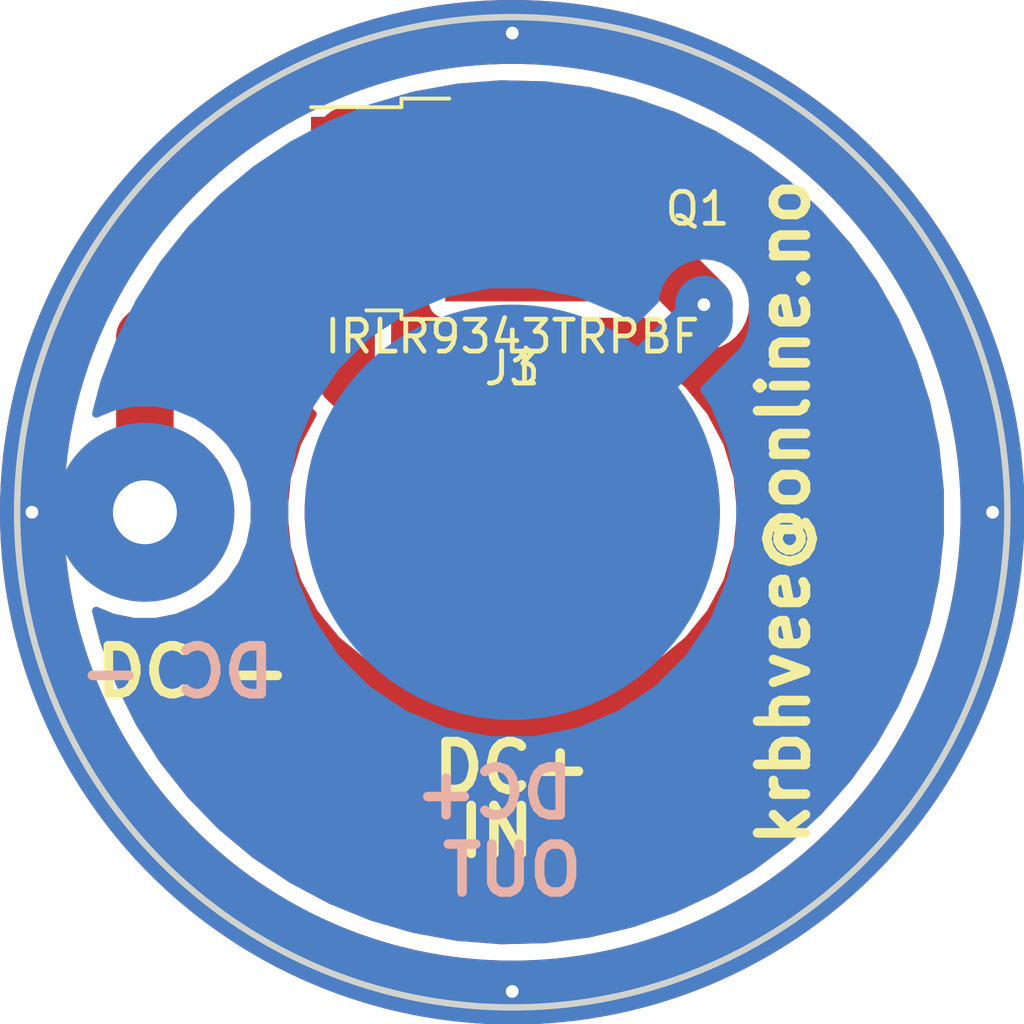
<source format=kicad_pcb>
(kicad_pcb (version 20171130) (host pcbnew 5.1.6-c6e7f7d~87~ubuntu20.04.1)

  (general
    (thickness 1.6)
    (drawings 11)
    (tracks 14)
    (zones 0)
    (modules 4)
    (nets 4)
  )

  (page A4)
  (layers
    (0 F.Cu signal)
    (31 B.Cu signal)
    (32 B.Adhes user)
    (33 F.Adhes user)
    (34 B.Paste user)
    (35 F.Paste user)
    (36 B.SilkS user)
    (37 F.SilkS user)
    (38 B.Mask user)
    (39 F.Mask user)
    (40 Dwgs.User user)
    (41 Cmts.User user)
    (42 Eco1.User user)
    (43 Eco2.User user)
    (44 Edge.Cuts user)
    (45 Margin user)
    (46 B.CrtYd user)
    (47 F.CrtYd user)
    (48 B.Fab user)
    (49 F.Fab user)
  )

  (setup
    (last_trace_width 1.8)
    (trace_clearance 0.2)
    (zone_clearance 0.508)
    (zone_45_only no)
    (trace_min 0.1)
    (via_size 0.8)
    (via_drill 0.4)
    (via_min_size 0.4)
    (via_min_drill 0.3)
    (uvia_size 0.3)
    (uvia_drill 0.1)
    (uvias_allowed no)
    (uvia_min_size 0.2)
    (uvia_min_drill 0.1)
    (edge_width 0.2)
    (segment_width 0.2)
    (pcb_text_width 0.3)
    (pcb_text_size 1.5 1.5)
    (mod_edge_width 0.15)
    (mod_text_size 1 1)
    (mod_text_width 0.15)
    (pad_size 5.6 5.6)
    (pad_drill 2)
    (pad_to_mask_clearance 0.051)
    (solder_mask_min_width 0.25)
    (aux_axis_origin 0 0)
    (visible_elements FFFFFF7F)
    (pcbplotparams
      (layerselection 0x010fc_ffffffff)
      (usegerberextensions false)
      (usegerberattributes false)
      (usegerberadvancedattributes false)
      (creategerberjobfile false)
      (gerberprecision 5)
      (excludeedgelayer true)
      (linewidth 0.100000)
      (plotframeref true)
      (viasonmask false)
      (mode 1)
      (useauxorigin false)
      (hpglpennumber 1)
      (hpglpenspeed 20)
      (hpglpendiameter 15.000000)
      (psnegative false)
      (psa4output false)
      (plotreference true)
      (plotvalue true)
      (plotinvisibletext false)
      (padsonsilk false)
      (subtractmaskfromsilk false)
      (outputformat 1)
      (mirror false)
      (drillshape 0)
      (scaleselection 1)
      (outputdirectory "gerber-files/"))
  )

  (net 0 "")
  (net 1 /+input)
  (net 2 /GND)
  (net 3 /+protected)

  (net_class Default "This is the default net class."
    (clearance 0.2)
    (trace_width 1.8)
    (via_dia 0.8)
    (via_drill 0.4)
    (uvia_dia 0.3)
    (uvia_drill 0.1)
    (add_net /+input)
    (add_net /+protected)
    (add_net /GND)
  )

  (module MountingHole:MountingHole_3.2mm_M3_DIN965_Pad (layer F.Cu) (tedit 5F386838) (tstamp 5E08AE6F)
    (at 83 52.5)
    (descr "Mounting Hole 3.2mm, M3, DIN965")
    (tags "mounting hole 3.2mm m3 din965")
    (path /5DF86264)
    (attr virtual)
    (fp_text reference J2 (at 0 -4.5) (layer F.SilkS) hide
      (effects (font (size 1 1) (thickness 0.15)))
    )
    (fp_text value gnd (at 0 4.5) (layer F.Fab)
      (effects (font (size 1 1) (thickness 0.15)))
    )
    (fp_circle (center 0 0) (end 3.05 0) (layer F.CrtYd) (width 0.05))
    (fp_circle (center 0 0) (end 2.8 0) (layer Cmts.User) (width 0.15))
    (fp_text user %R (at 0.3 0) (layer F.Fab)
      (effects (font (size 1 1) (thickness 0.15)))
    )
    (pad 1 thru_hole circle (at 0 0) (size 5.6 5.6) (drill 2) (layers *.Cu *.Mask)
      (net 2 /GND))
  )

  (module MountingHole:MountingHole_3.5mm_Pad (layer F.Cu) (tedit 5DFE13F3) (tstamp 5E08AE76)
    (at 94.5 52.5)
    (descr "Mounting Hole 3.5mm")
    (tags "mounting hole 3.5mm")
    (path /5DF86320)
    (attr virtual)
    (fp_text reference J3 (at 0 -4.5) (layer F.SilkS)
      (effects (font (size 1 1) (thickness 0.15)))
    )
    (fp_text value 105-1102-001 (at 0 4.5) (layer F.Fab)
      (effects (font (size 1 1) (thickness 0.15)))
    )
    (fp_circle (center 0 0) (end 3.5 0) (layer Cmts.User) (width 0.15))
    (fp_circle (center 0 0) (end 3.75 0) (layer F.CrtYd) (width 0.05))
    (fp_text user %R (at 0.3 0) (layer F.Fab)
      (effects (font (size 1 1) (thickness 0.15)))
    )
    (pad 1 smd circle (at 0 0) (size 13 13) (layers B.Cu B.Paste B.Mask)
      (net 3 /+protected))
  )

  (module MountingHole:MountingHole_3.5mm_Pad (layer F.Cu) (tedit 5F386222) (tstamp 5E08AE68)
    (at 94.5 52.5)
    (descr "Mounting Hole 3.5mm")
    (tags "mounting hole 3.5mm")
    (path /5DF86197)
    (attr virtual)
    (fp_text reference J1 (at 0 -4.5) (layer F.SilkS)
      (effects (font (size 1 1) (thickness 0.15)))
    )
    (fp_text value "spring 11m PAD" (at 0 4.5) (layer F.Fab)
      (effects (font (size 1 1) (thickness 0.15)))
    )
    (fp_circle (center 0 0) (end 3.5 0) (layer Cmts.User) (width 0.15))
    (fp_circle (center 0 0) (end 3.75 0) (layer F.CrtYd) (width 0.05))
    (fp_text user %R (at 0.3 0) (layer F.Fab)
      (effects (font (size 1 1) (thickness 0.15)))
    )
    (pad 1 smd oval (at 0 0) (size 13 10) (layers F.Cu F.Paste F.Mask)
      (net 1 /+input))
  )

  (module Package_TO_SOT_SMD:TO-252-3_TabPin4 (layer F.Cu) (tedit 5F362AF3) (tstamp 5E08AC3F)
    (at 93.5 43)
    (descr "TO-252 / DPAK SMD package, http://www.infineon.com/cms/en/product/packages/PG-TO252/PG-TO252-3-1/")
    (tags "DPAK TO-252 DPAK-3 TO-252-3 SOT-428")
    (path /5DFAFF2F)
    (attr smd)
    (fp_text reference Q1 (at 6.8 0) (layer F.SilkS)
      (effects (font (size 1 1) (thickness 0.15)))
    )
    (fp_text value IRLR9343TRPBF (at 1 4) (layer F.SilkS)
      (effects (font (size 1 1) (thickness 0.15)))
    )
    (fp_line (start 3.95 -2.7) (end 4.95 -2.7) (layer F.Fab) (width 0.1))
    (fp_line (start 4.95 -2.7) (end 4.95 2.7) (layer F.Fab) (width 0.1))
    (fp_line (start 4.95 2.7) (end 3.95 2.7) (layer F.Fab) (width 0.1))
    (fp_line (start 3.95 -3.25) (end 3.95 3.25) (layer F.Fab) (width 0.1))
    (fp_line (start 3.95 3.25) (end -2.27 3.25) (layer F.Fab) (width 0.1))
    (fp_line (start -2.27 3.25) (end -2.27 -2.25) (layer F.Fab) (width 0.1))
    (fp_line (start -2.27 -2.25) (end -1.27 -3.25) (layer F.Fab) (width 0.1))
    (fp_line (start -1.27 -3.25) (end 3.95 -3.25) (layer F.Fab) (width 0.1))
    (fp_line (start -1.865 -2.655) (end -4.97 -2.655) (layer F.Fab) (width 0.1))
    (fp_line (start -4.97 -2.655) (end -4.97 -1.905) (layer F.Fab) (width 0.1))
    (fp_line (start -4.97 -1.905) (end -2.27 -1.905) (layer F.Fab) (width 0.1))
    (fp_line (start -2.27 -0.375) (end -4.97 -0.375) (layer F.Fab) (width 0.1))
    (fp_line (start -4.97 -0.375) (end -4.97 0.375) (layer F.Fab) (width 0.1))
    (fp_line (start -4.97 0.375) (end -2.27 0.375) (layer F.Fab) (width 0.1))
    (fp_line (start -2.27 1.905) (end -4.97 1.905) (layer F.Fab) (width 0.1))
    (fp_line (start -4.97 1.905) (end -4.97 2.655) (layer F.Fab) (width 0.1))
    (fp_line (start -4.97 2.655) (end -2.27 2.655) (layer F.Fab) (width 0.1))
    (fp_line (start -0.97 -3.45) (end -2.47 -3.45) (layer F.SilkS) (width 0.12))
    (fp_line (start -2.47 -3.45) (end -2.47 -3.18) (layer F.SilkS) (width 0.12))
    (fp_line (start -2.47 -3.18) (end -5.3 -3.18) (layer F.SilkS) (width 0.12))
    (fp_line (start -0.97 3.45) (end -2.47 3.45) (layer F.SilkS) (width 0.12))
    (fp_line (start -2.47 3.45) (end -2.47 3.18) (layer F.SilkS) (width 0.12))
    (fp_line (start -2.47 3.18) (end -3.57 3.18) (layer F.SilkS) (width 0.12))
    (fp_line (start -5.55 -3.5) (end -5.55 3.5) (layer F.CrtYd) (width 0.05))
    (fp_line (start -5.55 3.5) (end 5.55 3.5) (layer F.CrtYd) (width 0.05))
    (fp_line (start 5.55 3.5) (end 5.55 -3.5) (layer F.CrtYd) (width 0.05))
    (fp_line (start 5.55 -3.5) (end -5.55 -3.5) (layer F.CrtYd) (width 0.05))
    (fp_text user %R (at 0 0) (layer F.Fab)
      (effects (font (size 1 1) (thickness 0.15)))
    )
    (pad 1 smd rect (at -4.2 -2.28) (size 2.2 1.2) (layers F.Cu F.Paste F.Mask)
      (net 2 /GND))
    (pad 3 smd rect (at -4.2 2.28) (size 2.2 1.2) (layers F.Cu F.Paste F.Mask)
      (net 1 /+input))
    (pad 4 smd rect (at 2.1 0) (size 6.4 5.8) (layers F.Cu F.Mask)
      (net 3 /+protected))
    (pad "" smd rect (at 3.775 1.525) (size 3.05 2.75) (layers F.Paste))
    (pad "" smd rect (at 0.425 -1.525) (size 3.05 2.75) (layers F.Paste))
    (pad "" smd rect (at 3.775 -1.525) (size 3.05 2.75) (layers F.Paste))
    (pad "" smd rect (at 0.425 1.525) (size 3.05 2.75) (layers F.Paste))
    (model ${KISYS3DMOD}/Package_TO_SOT_SMD.3dshapes/TO-252-3_TabPin4.wrl
      (at (xyz 0 0 0))
      (scale (xyz 1 1 1))
      (rotate (xyz 0 0 0))
    )
  )

  (gr_circle (center 94.5 52.5) (end 109.535669 52.5) (layer B.Mask) (width 2) (tstamp 5F386368))
  (gr_circle (center 94.5 52.5) (end 109.535669 52.5) (layer F.Mask) (width 2) (tstamp 5F386363))
  (gr_circle (center 94.5 52.5) (end 109.535669 52.5) (layer B.Cu) (width 2) (tstamp 5F38635D))
  (gr_circle (center 94.5 52.5) (end 109.535669 52.5) (layer F.Cu) (width 2))
  (gr_text krbhvee@online.no (at 103 52.5 90) (layer F.SilkS)
    (effects (font (size 1.5 1.5) (thickness 0.3)))
  )
  (gr_text "DC -" (at 84 57.5) (layer B.SilkS) (tstamp 5DFE184C)
    (effects (font (size 1.5 1.5) (thickness 0.3)) (justify mirror))
  )
  (gr_text DC+ (at 94.5 60.5) (layer F.SilkS)
    (effects (font (size 1.5 1.5) (thickness 0.3)))
  )
  (gr_text IN (at 94 62.5) (layer F.SilkS)
    (effects (font (size 1.5 1.5) (thickness 0.3)))
  )
  (gr_text "DC -" (at 84.5 57.5) (layer F.SilkS)
    (effects (font (size 1.5 1.5) (thickness 0.3)))
  )
  (gr_text "  DC+ \nOUT" (at 94.5 62.5) (layer B.SilkS)
    (effects (font (size 1.5 1.5) (thickness 0.3)) (justify mirror))
  )
  (gr_circle (center 94.5 52.5) (end 110 52.5) (layer Edge.Cuts) (width 0.2))

  (via (at 109.535669 52.5) (size 0.8) (drill 0.4) (layers F.Cu B.Cu) (net 0))
  (via (at 79.464331 52.5) (size 0.8) (drill 0.4) (layers F.Cu B.Cu) (net 0))
  (via (at 94.5 37.5) (size 0.8) (drill 0.4) (layers F.Cu B.Cu) (net 0))
  (via (at 94.5 67.5) (size 0.8) (drill 0.4) (layers F.Cu B.Cu) (net 0))
  (segment (start 94.5 52.5) (end 93.5 52.5) (width 1.8) (layer F.Cu) (net 1))
  (segment (start 89.3 48.3) (end 89.3 45.28) (width 1.8) (layer F.Cu) (net 1))
  (segment (start 93.5 52.5) (end 89.3 48.3) (width 1.8) (layer F.Cu) (net 1))
  (segment (start 83 47.02) (end 83 52.5) (width 1.8) (layer F.Cu) (net 2))
  (segment (start 89.3 40.72) (end 83 47.02) (width 1.8) (layer F.Cu) (net 2))
  (segment (start 95.6 43) (end 97.5 43) (width 1.8) (layer F.Cu) (net 3))
  (via (at 100.5 46) (size 0.8) (drill 0.4) (layers F.Cu B.Cu) (net 3))
  (segment (start 97.5 43) (end 100.5 46) (width 1.8) (layer F.Cu) (net 3))
  (segment (start 100.5 46.5) (end 94.5 52.5) (width 1.8) (layer B.Cu) (net 3))
  (segment (start 100.5 46) (end 100.5 46.5) (width 1.8) (layer B.Cu) (net 3))

  (zone (net 0) (net_name "") (layer F.Cu) (tstamp 5F386AD0) (hatch edge 0.508)
    (connect_pads (clearance 0.508))
    (min_thickness 0.254)
    (fill yes (arc_segments 32) (thermal_gap 0.508) (thermal_bridge_width 0.508))
    (polygon
      (pts
        (xy 99 37) (xy 104 39.5) (xy 107.5 43) (xy 110 47.5) (xy 110.5 52)
        (xy 110 56.5) (xy 107.5 62.5) (xy 103.5 65.5) (xy 97.5 68.5) (xy 91 68)
        (xy 87 66.5) (xy 84 64.5) (xy 81 61.5) (xy 79 56) (xy 78.5 52)
        (xy 79 47.5) (xy 81 43.5) (xy 84 40.5) (xy 89 37.5) (xy 94 36.5)
      )
    )
    (filled_polygon
      (pts
        (xy 95.534203 39.139298) (xy 96.902482 39.316449) (xy 97.518926 39.461928) (xy 92.4 39.461928) (xy 92.275518 39.474188)
        (xy 92.15582 39.510498) (xy 92.045506 39.569463) (xy 91.948815 39.648815) (xy 91.869463 39.745506) (xy 91.810498 39.85582)
        (xy 91.774188 39.975518) (xy 91.761928 40.1) (xy 91.761928 45.9) (xy 91.774188 46.024482) (xy 91.810498 46.14418)
        (xy 91.869463 46.254494) (xy 91.948815 46.351185) (xy 92.045506 46.430537) (xy 92.15582 46.489502) (xy 92.275518 46.525812)
        (xy 92.4 46.538072) (xy 98.8 46.538072) (xy 98.861224 46.532042) (xy 99.467912 47.13873) (xy 99.643073 47.282481)
        (xy 99.909738 47.425016) (xy 100.199088 47.51279) (xy 100.5 47.542427) (xy 100.800912 47.51279) (xy 101.090261 47.425016)
        (xy 101.356926 47.282481) (xy 101.59066 47.09066) (xy 101.782481 46.856926) (xy 101.925016 46.590261) (xy 102.01279 46.300912)
        (xy 102.042427 46) (xy 102.01279 45.699088) (xy 101.925016 45.409738) (xy 101.782481 45.143073) (xy 101.63873 44.967912)
        (xy 99.438072 42.767255) (xy 99.438072 40.1) (xy 99.432795 40.046424) (xy 99.548406 40.086639) (xy 100.798003 40.671514)
        (xy 101.980839 41.381773) (xy 103.084377 42.209888) (xy 104.096918 43.147081) (xy 105.00773 44.183418) (xy 105.807157 45.307912)
        (xy 106.486725 46.508644) (xy 107.039231 47.772886) (xy 107.458818 49.087237) (xy 107.741039 50.437763) (xy 107.882901 51.81015)
        (xy 107.882901 53.18985) (xy 107.741039 54.562237) (xy 107.458818 55.912763) (xy 107.039231 57.227114) (xy 106.486725 58.491356)
        (xy 105.807157 59.692088) (xy 105.00773 60.816582) (xy 104.096918 61.852919) (xy 103.084377 62.790112) (xy 101.980839 63.618227)
        (xy 100.798003 64.328486) (xy 99.548406 64.913361) (xy 98.245294 65.366651) (xy 96.902482 65.683551) (xy 95.534203 65.860702)
        (xy 94.154961 65.896226) (xy 92.779376 65.789747) (xy 91.422031 65.542394) (xy 90.097312 65.156788) (xy 88.819264 64.637016)
        (xy 87.601432 63.98859) (xy 86.456727 63.218381) (xy 85.397283 62.334555) (xy 84.43433 61.34648) (xy 83.578075 60.26463)
        (xy 82.837596 59.100474) (xy 82.22074 57.86635) (xy 81.734049 56.575342) (xy 81.473418 55.585685) (xy 81.998048 55.802994)
        (xy 82.661682 55.935) (xy 83.338318 55.935) (xy 84.001952 55.802994) (xy 84.627082 55.544057) (xy 85.189685 55.168138)
        (xy 85.668138 54.689685) (xy 86.044057 54.127082) (xy 86.302994 53.501952) (xy 86.435 52.838318) (xy 86.435 52.161682)
        (xy 86.302994 51.498048) (xy 86.044057 50.872918) (xy 85.668138 50.310315) (xy 85.189685 49.831862) (xy 84.627082 49.455943)
        (xy 84.535 49.417801) (xy 84.535 47.655817) (xy 87.567512 44.623306) (xy 87.561928 44.68) (xy 87.561928 45.88)
        (xy 87.574188 46.004482) (xy 87.610498 46.12418) (xy 87.669463 46.234494) (xy 87.748815 46.331185) (xy 87.765001 46.344468)
        (xy 87.765 48.224594) (xy 87.757573 48.3) (xy 87.765 48.375406) (xy 87.765 48.375407) (xy 87.78721 48.600912)
        (xy 87.874983 48.89026) (xy 88.017519 49.156926) (xy 88.209339 49.390661) (xy 88.253254 49.426701) (xy 87.768749 50.333145)
        (xy 87.446534 51.395347) (xy 87.337735 52.5) (xy 87.446534 53.604653) (xy 87.768749 54.666855) (xy 88.291999 55.645786)
        (xy 88.996174 56.503826) (xy 89.854214 57.208001) (xy 90.833145 57.731251) (xy 91.895347 58.053466) (xy 92.723174 58.135)
        (xy 96.276826 58.135) (xy 97.104653 58.053466) (xy 98.166855 57.731251) (xy 99.145786 57.208001) (xy 100.003826 56.503826)
        (xy 100.708001 55.645786) (xy 101.231251 54.666855) (xy 101.553466 53.604653) (xy 101.662265 52.5) (xy 101.553466 51.395347)
        (xy 101.231251 50.333145) (xy 100.708001 49.354214) (xy 100.003826 48.496174) (xy 99.145786 47.791999) (xy 98.166855 47.268749)
        (xy 97.104653 46.946534) (xy 96.276826 46.865) (xy 92.723174 46.865) (xy 91.895347 46.946534) (xy 90.835 47.268186)
        (xy 90.835 46.344468) (xy 90.851185 46.331185) (xy 90.930537 46.234494) (xy 90.989502 46.12418) (xy 91.025812 46.004482)
        (xy 91.038072 45.88) (xy 91.038072 44.68) (xy 91.025812 44.555518) (xy 90.989502 44.43582) (xy 90.930537 44.325506)
        (xy 90.851185 44.228815) (xy 90.754494 44.149463) (xy 90.64418 44.090498) (xy 90.524482 44.054188) (xy 90.4 44.041928)
        (xy 90.21104 44.041928) (xy 90.156927 43.997519) (xy 89.890261 43.854983) (xy 89.600913 43.76721) (xy 89.3 43.737573)
        (xy 88.999088 43.76721) (xy 88.70974 43.854983) (xy 88.443074 43.997519) (xy 88.388961 44.041928) (xy 88.2 44.041928)
        (xy 88.143306 44.047512) (xy 90.232746 41.958072) (xy 90.4 41.958072) (xy 90.524482 41.945812) (xy 90.64418 41.909502)
        (xy 90.754494 41.850537) (xy 90.851185 41.771185) (xy 90.930537 41.674494) (xy 90.989502 41.56418) (xy 91.025812 41.444482)
        (xy 91.038072 41.32) (xy 91.038072 40.12) (xy 91.025812 39.995518) (xy 90.989502 39.87582) (xy 90.930537 39.765506)
        (xy 90.851185 39.668815) (xy 90.810669 39.635564) (xy 91.422031 39.457606) (xy 92.779376 39.210253) (xy 94.154961 39.103774)
      )
    )
  )
  (zone (net 0) (net_name "") (layer B.Cu) (tstamp 5F386ACD) (hatch edge 0.508)
    (connect_pads (clearance 0.508))
    (min_thickness 0.254)
    (fill yes (arc_segments 32) (thermal_gap 0.508) (thermal_bridge_width 0.508))
    (polygon
      (pts
        (xy 98 37) (xy 101 38) (xy 104.5 40) (xy 107.5 43) (xy 109.5 46.5)
        (xy 110.5 50.5) (xy 110.5 53.5) (xy 110 57) (xy 108.5 60.5) (xy 105.5 64)
        (xy 101.5 67) (xy 97 68.5) (xy 91.5 68.5) (xy 86.5 66.5) (xy 82 62.5)
        (xy 80 59.5) (xy 78.5 54) (xy 79 49) (xy 80.5 45) (xy 83.5 41)
        (xy 89 37.5) (xy 94.5 36.5)
      )
    )
    (filled_polygon
      (pts
        (xy 95.534203 39.139298) (xy 96.902482 39.316449) (xy 98.245294 39.633349) (xy 99.548406 40.086639) (xy 100.798003 40.671514)
        (xy 101.980839 41.381773) (xy 103.084377 42.209888) (xy 104.096918 43.147081) (xy 105.00773 44.183418) (xy 105.807157 45.307912)
        (xy 106.486725 46.508644) (xy 107.039231 47.772886) (xy 107.458818 49.087237) (xy 107.741039 50.437763) (xy 107.882901 51.81015)
        (xy 107.882901 53.18985) (xy 107.741039 54.562237) (xy 107.458818 55.912763) (xy 107.039231 57.227114) (xy 106.486725 58.491356)
        (xy 105.807157 59.692088) (xy 105.00773 60.816582) (xy 104.096918 61.852919) (xy 103.084377 62.790112) (xy 101.980839 63.618227)
        (xy 100.798003 64.328486) (xy 99.548406 64.913361) (xy 98.245294 65.366651) (xy 96.902482 65.683551) (xy 95.534203 65.860702)
        (xy 94.154961 65.896226) (xy 92.779376 65.789747) (xy 91.422031 65.542394) (xy 90.097312 65.156788) (xy 88.819264 64.637016)
        (xy 87.601432 63.98859) (xy 86.456727 63.218381) (xy 85.397283 62.334555) (xy 84.43433 61.34648) (xy 83.578075 60.26463)
        (xy 82.837596 59.100474) (xy 82.22074 57.86635) (xy 81.734049 56.575342) (xy 81.473418 55.585685) (xy 81.998048 55.802994)
        (xy 82.661682 55.935) (xy 83.338318 55.935) (xy 84.001952 55.802994) (xy 84.627082 55.544057) (xy 85.189685 55.168138)
        (xy 85.668138 54.689685) (xy 86.044057 54.127082) (xy 86.302994 53.501952) (xy 86.435 52.838318) (xy 86.435 52.161682)
        (xy 86.362513 51.797264) (xy 87.365 51.797264) (xy 87.365 53.202736) (xy 87.639194 54.581203) (xy 88.177045 55.87969)
        (xy 88.957884 57.048297) (xy 89.951703 58.042116) (xy 91.12031 58.822955) (xy 92.418797 59.360806) (xy 93.797264 59.635)
        (xy 95.202736 59.635) (xy 96.581203 59.360806) (xy 97.87969 58.822955) (xy 99.048297 58.042116) (xy 100.042116 57.048297)
        (xy 100.822955 55.87969) (xy 101.360806 54.581203) (xy 101.635 53.202736) (xy 101.635 51.797264) (xy 101.360806 50.418797)
        (xy 100.822955 49.12031) (xy 100.513556 48.657262) (xy 101.532085 47.638733) (xy 101.590661 47.590661) (xy 101.782481 47.356927)
        (xy 101.925017 47.090261) (xy 102.01279 46.800912) (xy 102.035 46.575407) (xy 102.042427 46.500001) (xy 102.035 46.424595)
        (xy 102.035 45.924592) (xy 102.01279 45.699087) (xy 101.925017 45.409739) (xy 101.782481 45.143073) (xy 101.590661 44.909339)
        (xy 101.356926 44.717519) (xy 101.09026 44.574983) (xy 100.800912 44.48721) (xy 100.5 44.457573) (xy 100.199087 44.48721)
        (xy 99.909739 44.574983) (xy 99.643073 44.717519) (xy 99.409339 44.909339) (xy 99.217519 45.143074) (xy 99.074983 45.40974)
        (xy 98.98721 45.699088) (xy 98.9716 45.857582) (xy 98.342738 46.486444) (xy 97.87969 46.177045) (xy 96.581203 45.639194)
        (xy 95.202736 45.365) (xy 93.797264 45.365) (xy 92.418797 45.639194) (xy 91.12031 46.177045) (xy 89.951703 46.957884)
        (xy 88.957884 47.951703) (xy 88.177045 49.12031) (xy 87.639194 50.418797) (xy 87.365 51.797264) (xy 86.362513 51.797264)
        (xy 86.302994 51.498048) (xy 86.044057 50.872918) (xy 85.668138 50.310315) (xy 85.189685 49.831862) (xy 84.627082 49.455943)
        (xy 84.001952 49.197006) (xy 83.338318 49.065) (xy 82.661682 49.065) (xy 81.998048 49.197006) (xy 81.473418 49.414315)
        (xy 81.734049 48.424658) (xy 82.22074 47.13365) (xy 82.837596 45.899526) (xy 83.578075 44.73537) (xy 84.43433 43.65352)
        (xy 85.397283 42.665445) (xy 86.456727 41.781619) (xy 87.601432 41.01141) (xy 88.819264 40.362984) (xy 90.097312 39.843212)
        (xy 91.422031 39.457606) (xy 92.779376 39.210253) (xy 94.154961 39.103774)
      )
    )
  )
)

</source>
